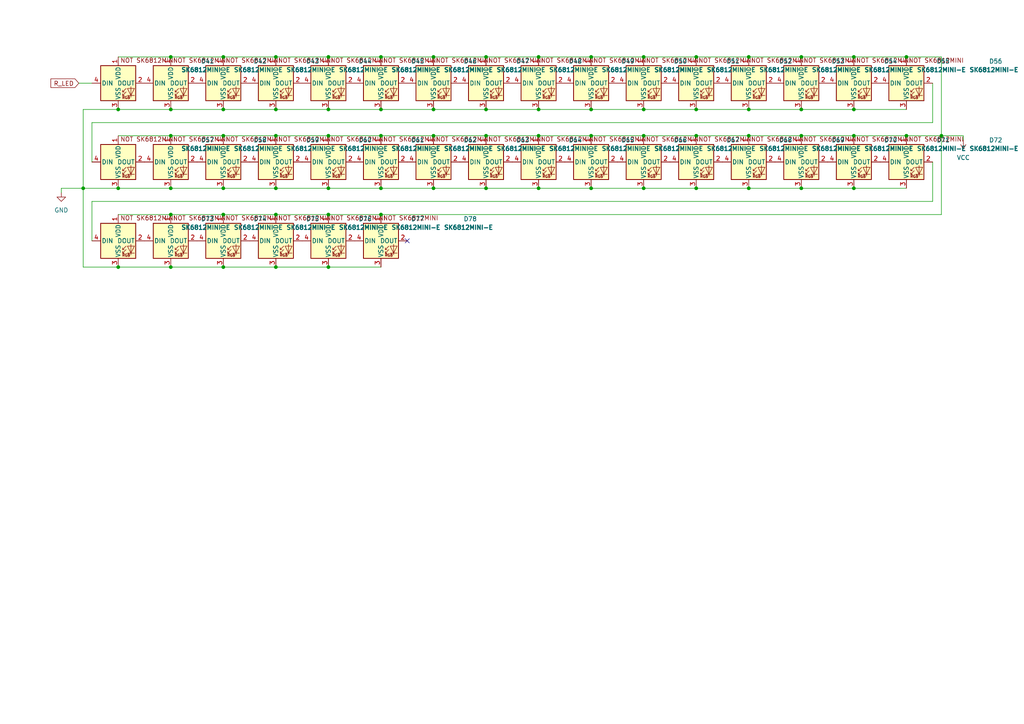
<source format=kicad_sch>
(kicad_sch (version 20250114) (generator "eeschema") (generator_version "9.0")
  (paper "A4")
  (lib_symbols
    (symbol "SK6812MINI-E:SK6812MINI-E" (pin_names (offset 0.254))
      (property "Reference" "D" (at -3.556 5.842 0))
      (property "Value" "SK6812MINI-E" (at 1.27 -5.715 0))
      (symbol "SK6812MINI-E_0_0"
        (text "RGB" (at 2.286 -4.191 0) (effects (font (size 0.762 0.762))))
      )
      (symbol "SK6812MINI-E_0_1"
        (rectangle (start -5.08 5.08) (end 5.08 -5.08) (stroke (width 0.254)) (fill (type background)))
        (polyline (pts (xy 1.27 -2.54) (xy 1.778 -2.54)))
        (polyline (pts (xy 1.27 -3.556) (xy 1.778 -3.556)))
        (polyline (pts (xy 2.286 -1.524) (xy 1.27 -2.54) (xy 1.27 -2.032)))
        (polyline (pts (xy 2.286 -2.54) (xy 1.27 -3.556) (xy 1.27 -3.048)))
        (polyline (pts (xy 3.683 -1.016) (xy 3.683 -3.556) (xy 3.683 -4.064)))
        (polyline (pts (xy 4.699 -1.524) (xy 2.667 -1.524) (xy 3.683 -3.556) (xy 4.699 -1.524)))
        (polyline (pts (xy 4.699 -3.556) (xy 2.667 -3.556)))
      )
      (symbol "SK6812MINI-E_1_1"
        (text "NOT SK6812MINI" (at 8.636 6.604 0) (effects (font (size 1.27 1.27))))
        (pin input line (at -7.62 0 0) (length 2.54) (name "DIN") (number "4"))
        (pin power_in line (at 0 7.62 270) (length 2.54) (name "VDD") (number "1"))
        (pin power_in line (at 0 -7.62 90) (length 2.54) (name "VSS") (number "3"))
        (pin output line (at 7.62 0 180) (length 2.54) (name "DOUT") (number "2"))
      )
    )
    (symbol "power:GND" (power) (pin_numbers (hide yes)) (pin_names (offset 0) (hide yes))
      (property "Value" "GND" (at 0 -3.81 0))
      (symbol "GND_0_1"
        (polyline (pts (xy 0 0) (xy 0 -1.27) (xy 1.27 -1.27) (xy 0 -2.54) (xy -1.27 -1.27) (xy 0 -1.27)))
      )
      (symbol "GND_1_1"
        (pin power_in line (at 0 0 270) (length 0) (name "~") (number "1"))
      )
    )
    (symbol "power:VCC" (power) (pin_numbers (hide yes)) (pin_names (offset 0) (hide yes))
      (property "Value" "VCC" (at 0 3.556 0))
      (symbol "VCC_0_1"
        (polyline (pts (xy -0.762 1.27) (xy 0 2.54)))
        (polyline (pts (xy 0 2.54) (xy 0.762 1.27)))
        (polyline (pts (xy 0 0) (xy 0 2.54)))
      )
      (symbol "VCC_1_1"
        (pin power_in line (at 0 0 90) (length 0) (name "~") (number "1"))
      )
    )
  )
  (junction (at 171.45 54.61))
  (junction (at 201.93 54.61))
  (junction (at 110.49 62.23))
  (junction (at 49.53 77.47))
  (junction (at 49.53 54.61))
  (junction (at 49.53 39.37))
  (junction (at 80.01 39.37))
  (junction (at 95.25 62.23))
  (junction (at 232.41 16.51))
  (junction (at 64.77 54.61))
  (junction (at 24.13 54.61))
  (junction (at 64.77 39.37))
  (junction (at 186.69 54.61))
  (junction (at 140.97 39.37))
  (junction (at 110.49 39.37))
  (junction (at 34.29 31.75))
  (junction (at 49.53 31.75))
  (junction (at 201.93 16.51))
  (junction (at 95.25 39.37))
  (junction (at 140.97 31.75))
  (junction (at 64.77 62.23))
  (junction (at 217.17 31.75))
  (junction (at 247.65 39.37))
  (junction (at 110.49 16.51))
  (junction (at 171.45 16.51))
  (junction (at 125.73 54.61))
  (junction (at 80.01 31.75))
  (junction (at 140.97 54.61))
  (junction (at 34.29 54.61))
  (junction (at 262.89 16.51))
  (junction (at 64.77 16.51))
  (junction (at 80.01 62.23))
  (junction (at 156.21 39.37))
  (junction (at 140.97 16.51))
  (junction (at 110.49 54.61))
  (junction (at 80.01 16.51))
  (junction (at 64.77 31.75))
  (junction (at 95.25 77.47))
  (junction (at 171.45 31.75))
  (junction (at 80.01 77.47))
  (junction (at 186.69 31.75))
  (junction (at 95.25 31.75))
  (junction (at 64.77 77.47))
  (junction (at 125.73 16.51))
  (junction (at 80.01 54.61))
  (junction (at 262.89 39.37))
  (junction (at 232.41 31.75))
  (junction (at 247.65 16.51))
  (junction (at 125.73 31.75))
  (junction (at 232.41 54.61))
  (junction (at 34.29 77.47))
  (junction (at 95.25 54.61))
  (junction (at 247.65 54.61))
  (junction (at 125.73 39.37))
  (junction (at 217.17 39.37))
  (junction (at 49.53 16.51))
  (junction (at 186.69 16.51))
  (junction (at 156.21 31.75))
  (junction (at 247.65 31.75))
  (junction (at 201.93 39.37))
  (junction (at 217.17 54.61))
  (junction (at 217.17 16.51))
  (junction (at 273.05 39.37))
  (junction (at 232.41 39.37))
  (junction (at 156.21 54.61))
  (junction (at 156.21 16.51))
  (junction (at 95.25 16.51))
  (junction (at 110.49 31.75))
  (junction (at 186.69 39.37))
  (junction (at 201.93 31.75))
  (junction (at 49.53 62.23))
  (junction (at 171.45 39.37))
  (no_connect (at 118.11 69.85))
  (wire (pts (xy 186.69 31.75) (xy 201.93 31.75)))
  (wire (pts (xy 273.05 16.51) (xy 273.05 39.37)))
  (wire (pts (xy 273.05 39.37) (xy 273.05 62.23)))
  (wire (pts (xy 34.29 31.75) (xy 24.13 31.75)))
  (wire (pts (xy 247.65 31.75) (xy 262.89 31.75)))
  (wire (pts (xy 201.93 31.75) (xy 217.17 31.75)))
  (wire (pts (xy 49.53 62.23) (xy 64.77 62.23)))
  (wire (pts (xy 64.77 31.75) (xy 80.01 31.75)))
  (wire (pts (xy 247.65 54.61) (xy 262.89 54.61)))
  (wire (pts (xy 34.29 39.37) (xy 49.53 39.37)))
  (wire (pts (xy 95.25 54.61) (xy 110.49 54.61)))
  (wire (pts (xy 201.93 54.61) (xy 217.17 54.61)))
  (wire (pts (xy 34.29 54.61) (xy 49.53 54.61)))
  (wire (pts (xy 232.41 16.51) (xy 247.65 16.51)))
  (wire (pts (xy 217.17 39.37) (xy 232.41 39.37)))
  (wire (pts (xy 64.77 16.51) (xy 80.01 16.51)))
  (wire (pts (xy 95.25 16.51) (xy 110.49 16.51)))
  (wire (pts (xy 270.51 24.13) (xy 270.51 35.56)))
  (wire (pts (xy 171.45 54.61) (xy 186.69 54.61)))
  (wire (pts (xy 95.25 39.37) (xy 110.49 39.37)))
  (wire (pts (xy 49.53 31.75) (xy 64.77 31.75)))
  (wire (pts (xy 95.25 77.47) (xy 110.49 77.47)))
  (wire (pts (xy 125.73 31.75) (xy 140.97 31.75)))
  (wire (pts (xy 24.13 77.47) (xy 34.29 77.47)))
  (wire (pts (xy 26.67 35.56) (xy 26.67 46.99)))
  (wire (pts (xy 95.25 31.75) (xy 110.49 31.75)))
  (wire (pts (xy 49.53 16.51) (xy 64.77 16.51)))
  (wire (pts (xy 64.77 54.61) (xy 80.01 54.61)))
  (wire (pts (xy 80.01 39.37) (xy 95.25 39.37)))
  (wire (pts (xy 140.97 16.51) (xy 156.21 16.51)))
  (wire (pts (xy 156.21 31.75) (xy 171.45 31.75)))
  (wire (pts (xy 140.97 54.61) (xy 156.21 54.61)))
  (wire (pts (xy 80.01 62.23) (xy 95.25 62.23)))
  (wire (pts (xy 140.97 31.75) (xy 156.21 31.75)))
  (wire (pts (xy 80.01 16.51) (xy 95.25 16.51)))
  (wire (pts (xy 232.41 54.61) (xy 247.65 54.61)))
  (wire (pts (xy 64.77 39.37) (xy 80.01 39.37)))
  (wire (pts (xy 156.21 39.37) (xy 171.45 39.37)))
  (wire (pts (xy 273.05 62.23) (xy 110.49 62.23)))
  (wire (pts (xy 270.51 35.56) (xy 26.67 35.56)))
  (wire (pts (xy 140.97 39.37) (xy 156.21 39.37)))
  (wire (pts (xy 217.17 16.51) (xy 232.41 16.51)))
  (wire (pts (xy 247.65 39.37) (xy 262.89 39.37)))
  (wire (pts (xy 17.78 54.61) (xy 17.78 55.88)))
  (wire (pts (xy 232.41 39.37) (xy 247.65 39.37)))
  (wire (pts (xy 80.01 54.61) (xy 95.25 54.61)))
  (wire (pts (xy 156.21 16.51) (xy 171.45 16.51)))
  (wire (pts (xy 34.29 77.47) (xy 49.53 77.47)))
  (wire (pts (xy 171.45 39.37) (xy 186.69 39.37)))
  (wire (pts (xy 171.45 31.75) (xy 186.69 31.75)))
  (wire (pts (xy 49.53 54.61) (xy 64.77 54.61)))
  (wire (pts (xy 34.29 16.51) (xy 49.53 16.51)))
  (wire (pts (xy 279.4 39.37) (xy 273.05 39.37)))
  (wire (pts (xy 24.13 54.61) (xy 24.13 77.47)))
  (wire (pts (xy 80.01 31.75) (xy 95.25 31.75)))
  (wire (pts (xy 232.41 31.75) (xy 247.65 31.75)))
  (wire (pts (xy 64.77 77.47) (xy 80.01 77.47)))
  (wire (pts (xy 125.73 54.61) (xy 140.97 54.61)))
  (wire (pts (xy 34.29 31.75) (xy 49.53 31.75)))
  (wire (pts (xy 125.73 39.37) (xy 140.97 39.37)))
  (wire (pts (xy 24.13 31.75) (xy 24.13 54.61)))
  (wire (pts (xy 262.89 16.51) (xy 273.05 16.51)))
  (wire (pts (xy 125.73 16.51) (xy 140.97 16.51)))
  (wire (pts (xy 273.05 39.37) (xy 262.89 39.37)))
  (wire (pts (xy 110.49 54.61) (xy 125.73 54.61)))
  (wire (pts (xy 34.29 62.23) (xy 49.53 62.23)))
  (wire (pts (xy 186.69 54.61) (xy 201.93 54.61)))
  (wire (pts (xy 217.17 31.75) (xy 232.41 31.75)))
  (wire (pts (xy 186.69 16.51) (xy 201.93 16.51)))
  (wire (pts (xy 171.45 16.51) (xy 186.69 16.51)))
  (wire (pts (xy 110.49 31.75) (xy 125.73 31.75)))
  (wire (pts (xy 156.21 54.61) (xy 171.45 54.61)))
  (wire (pts (xy 270.51 46.99) (xy 270.51 58.42)))
  (wire (pts (xy 217.17 54.61) (xy 232.41 54.61)))
  (wire (pts (xy 110.49 16.51) (xy 125.73 16.51)))
  (wire (pts (xy 201.93 16.51) (xy 217.17 16.51)))
  (wire (pts (xy 247.65 16.51) (xy 262.89 16.51)))
  (wire (pts (xy 95.25 62.23) (xy 110.49 62.23)))
  (wire (pts (xy 24.13 54.61) (xy 34.29 54.61)))
  (wire (pts (xy 80.01 77.47) (xy 95.25 77.47)))
  (wire (pts (xy 24.13 54.61) (xy 17.78 54.61)))
  (wire (pts (xy 49.53 39.37) (xy 64.77 39.37)))
  (wire (pts (xy 26.67 58.42) (xy 26.67 69.85)))
  (wire (pts (xy 22.86 24.13) (xy 26.67 24.13)))
  (wire (pts (xy 279.4 40.64) (xy 279.4 39.37)))
  (wire (pts (xy 186.69 39.37) (xy 201.93 39.37)))
  (wire (pts (xy 64.77 62.23) (xy 80.01 62.23)))
  (wire (pts (xy 49.53 77.47) (xy 64.77 77.47)))
  (wire (pts (xy 110.49 39.37) (xy 125.73 39.37)))
  (wire (pts (xy 270.51 58.42) (xy 26.67 58.42)))
  (wire (pts (xy 201.93 39.37) (xy 217.17 39.37)))
  (global_label "R_LED" (shape input) (at 22.86 24.13 180) (property "Intersheetrefs" "${INTERSHEET_REFS}" (effects (hide yes))))
  (symbol (lib_id "SK6812MINI-E:SK6812MINI-E") (at 110.49 69.85 0) (unit 1)
    (property "Reference" "D78" (at 136.398 63.5 0))
    (property "Value" "SK6812MINI-E" (at 135.89 65.9699 0) (effects (font (thickness 0.254) (bold yes))))
    (property "Footprint" "SK6812MINI-E - 3.2x2.8x1.78mm" (effects (hide yes)))
    (property "Datasheet" "https://cdn-shop.adafruit.com/product-files/4960/4960_SK6812MINI-E_REV02_EN.pdf" (effects (hide yes)))
    (property "Description" "RGB LED with integrated controller" (effects (hide yes)))
  )
  (symbol (lib_id "SK6812MINI-E:SK6812MINI-E") (at 262.89 24.13 0) (unit 1)
    (property "Reference" "D56" (at 288.798 17.78 0))
    (property "Value" "SK6812MINI-E" (at 288.29 20.2499 0) (effects (font (thickness 0.254) (bold yes))))
    (property "Footprint" "SK6812MINI-E - 3.2x2.8x1.78mm" (effects (hide yes)))
    (property "Datasheet" "https://cdn-shop.adafruit.com/product-files/4960/4960_SK6812MINI-E_REV02_EN.pdf" (effects (hide yes)))
    (property "Description" "RGB LED with integrated controller" (effects (hide yes)))
  )
  (symbol (lib_id "SK6812MINI-E:SK6812MINI-E") (at 49.53 46.99 0) (unit 1)
    (property "Reference" "D58" (at 75.438 40.64 0))
    (property "Value" "SK6812MINI-E" (at 74.93 43.1099 0) (effects (font (thickness 0.254) (bold yes))))
    (property "Footprint" "SK6812MINI-E - 3.2x2.8x1.78mm" (effects (hide yes)))
    (property "Datasheet" "https://cdn-shop.adafruit.com/product-files/4960/4960_SK6812MINI-E_REV02_EN.pdf" (effects (hide yes)))
    (property "Description" "RGB LED with integrated controller" (effects (hide yes)))
  )
  (symbol (lib_id "SK6812MINI-E:SK6812MINI-E") (at 64.77 24.13 0) (unit 1)
    (property "Reference" "D43" (at 90.678 17.78 0))
    (property "Value" "SK6812MINI-E" (at 90.17 20.2499 0) (effects (font (thickness 0.254) (bold yes))))
    (property "Footprint" "SK6812MINI-E - 3.2x2.8x1.78mm" (effects (hide yes)))
    (property "Datasheet" "https://cdn-shop.adafruit.com/product-files/4960/4960_SK6812MINI-E_REV02_EN.pdf" (effects (hide yes)))
    (property "Description" "RGB LED with integrated controller" (effects (hide yes)))
  )
  (symbol (lib_id "SK6812MINI-E:SK6812MINI-E") (at 110.49 24.13 0) (unit 1)
    (property "Reference" "D46" (at 136.398 17.78 0))
    (property "Value" "SK6812MINI-E" (at 135.89 20.2499 0) (effects (font (thickness 0.254) (bold yes))))
    (property "Footprint" "SK6812MINI-E - 3.2x2.8x1.78mm" (effects (hide yes)))
    (property "Datasheet" "https://cdn-shop.adafruit.com/product-files/4960/4960_SK6812MINI-E_REV02_EN.pdf" (effects (hide yes)))
    (property "Description" "RGB LED with integrated controller" (effects (hide yes)))
  )
  (symbol (lib_id "SK6812MINI-E:SK6812MINI-E") (at 95.25 46.99 0) (unit 1)
    (property "Reference" "D61" (at 121.158 40.64 0))
    (property "Value" "SK6812MINI-E" (at 120.65 43.1099 0) (effects (font (thickness 0.254) (bold yes))))
    (property "Footprint" "SK6812MINI-E - 3.2x2.8x1.78mm" (effects (hide yes)))
    (property "Datasheet" "https://cdn-shop.adafruit.com/product-files/4960/4960_SK6812MINI-E_REV02_EN.pdf" (effects (hide yes)))
    (property "Description" "RGB LED with integrated controller" (effects (hide yes)))
  )
  (symbol (lib_id "SK6812MINI-E:SK6812MINI-E") (at 140.97 24.13 0) (unit 1)
    (property "Reference" "D48" (at 166.878 17.78 0))
    (property "Value" "SK6812MINI-E" (at 166.37 20.2499 0) (effects (font (thickness 0.254) (bold yes))))
    (property "Footprint" "SK6812MINI-E - 3.2x2.8x1.78mm" (effects (hide yes)))
    (property "Datasheet" "https://cdn-shop.adafruit.com/product-files/4960/4960_SK6812MINI-E_REV02_EN.pdf" (effects (hide yes)))
    (property "Description" "RGB LED with integrated controller" (effects (hide yes)))
  )
  (symbol (lib_id "SK6812MINI-E:SK6812MINI-E") (at 156.21 24.13 0) (unit 1)
    (property "Reference" "D49" (at 182.118 17.78 0))
    (property "Value" "SK6812MINI-E" (at 181.61 20.2499 0) (effects (font (thickness 0.254) (bold yes))))
    (property "Footprint" "SK6812MINI-E - 3.2x2.8x1.78mm" (effects (hide yes)))
    (property "Datasheet" "https://cdn-shop.adafruit.com/product-files/4960/4960_SK6812MINI-E_REV02_EN.pdf" (effects (hide yes)))
    (property "Description" "RGB LED with integrated controller" (effects (hide yes)))
  )
  (symbol (lib_id "SK6812MINI-E:SK6812MINI-E") (at 95.25 24.13 0) (unit 1)
    (property "Reference" "D45" (at 121.158 17.78 0))
    (property "Value" "SK6812MINI-E" (at 120.65 20.2499 0) (effects (font (thickness 0.254) (bold yes))))
    (property "Footprint" "SK6812MINI-E - 3.2x2.8x1.78mm" (effects (hide yes)))
    (property "Datasheet" "https://cdn-shop.adafruit.com/product-files/4960/4960_SK6812MINI-E_REV02_EN.pdf" (effects (hide yes)))
    (property "Description" "RGB LED with integrated controller" (effects (hide yes)))
  )
  (symbol (lib_id "SK6812MINI-E:SK6812MINI-E") (at 34.29 24.13 0) (unit 1)
    (property "Reference" "D41" (at 60.198 17.78 0))
    (property "Value" "SK6812MINI-E" (at 59.69 20.2499 0) (effects (font (thickness 0.254) (bold yes))))
    (property "Footprint" "SK6812MINI-E - 3.2x2.8x1.78mm" (effects (hide yes)))
    (property "Datasheet" "https://cdn-shop.adafruit.com/product-files/4960/4960_SK6812MINI-E_REV02_EN.pdf" (effects (hide yes)))
    (property "Description" "RGB LED with integrated controller" (effects (hide yes)))
  )
  (symbol (lib_id "SK6812MINI-E:SK6812MINI-E") (at 49.53 69.85 0) (unit 1)
    (property "Reference" "D74" (at 75.438 63.5 0))
    (property "Value" "SK6812MINI-E" (at 74.93 65.9699 0) (effects (font (thickness 0.254) (bold yes))))
    (property "Footprint" "SK6812MINI-E - 3.2x2.8x1.78mm" (effects (hide yes)))
    (property "Datasheet" "https://cdn-shop.adafruit.com/product-files/4960/4960_SK6812MINI-E_REV02_EN.pdf" (effects (hide yes)))
    (property "Description" "RGB LED with integrated controller" (effects (hide yes)))
  )
  (symbol (lib_id "SK6812MINI-E:SK6812MINI-E") (at 80.01 69.85 0) (unit 1)
    (property "Reference" "D76" (at 105.918 63.5 0))
    (property "Value" "SK6812MINI-E" (at 105.41 65.9699 0) (effects (font (thickness 0.254) (bold yes))))
    (property "Footprint" "SK6812MINI-E - 3.2x2.8x1.78mm" (effects (hide yes)))
    (property "Datasheet" "https://cdn-shop.adafruit.com/product-files/4960/4960_SK6812MINI-E_REV02_EN.pdf" (effects (hide yes)))
    (property "Description" "RGB LED with integrated controller" (effects (hide yes)))
  )
  (symbol (lib_id "SK6812MINI-E:SK6812MINI-E") (at 247.65 46.99 0) (unit 1)
    (property "Reference" "D71" (at 273.558 40.64 0))
    (property "Value" "SK6812MINI-E" (at 273.05 43.1099 0) (effects (font (thickness 0.254) (bold yes))))
    (property "Footprint" "SK6812MINI-E - 3.2x2.8x1.78mm" (effects (hide yes)))
    (property "Datasheet" "https://cdn-shop.adafruit.com/product-files/4960/4960_SK6812MINI-E_REV02_EN.pdf" (effects (hide yes)))
    (property "Description" "RGB LED with integrated controller" (effects (hide yes)))
  )
  (symbol (lib_id "SK6812MINI-E:SK6812MINI-E") (at 201.93 24.13 0) (unit 1)
    (property "Reference" "D52" (at 227.838 17.78 0))
    (property "Value" "SK6812MINI-E" (at 227.33 20.2499 0) (effects (font (thickness 0.254) (bold yes))))
    (property "Footprint" "SK6812MINI-E - 3.2x2.8x1.78mm" (effects (hide yes)))
    (property "Datasheet" "https://cdn-shop.adafruit.com/product-files/4960/4960_SK6812MINI-E_REV02_EN.pdf" (effects (hide yes)))
    (property "Description" "RGB LED with integrated controller" (effects (hide yes)))
  )
  (symbol (lib_id "power:GND") (at 17.78 55.88 0) (unit 1)
    (property "Reference" "#PWR09" (effects (hide yes)))
    (property "Value" "GND" (at 17.78 60.96 0))
    (property "Description" "Power symbol creates a global label with name \"GND\" , ground" (effects (hide yes)))
  )
  (symbol (lib_id "SK6812MINI-E:SK6812MINI-E") (at 232.41 24.13 0) (unit 1)
    (property "Reference" "D54" (at 258.318 17.78 0))
    (property "Value" "SK6812MINI-E" (at 257.81 20.2499 0) (effects (font (thickness 0.254) (bold yes))))
    (property "Footprint" "SK6812MINI-E - 3.2x2.8x1.78mm" (effects (hide yes)))
    (property "Datasheet" "https://cdn-shop.adafruit.com/product-files/4960/4960_SK6812MINI-E_REV02_EN.pdf" (effects (hide yes)))
    (property "Description" "RGB LED with integrated controller" (effects (hide yes)))
  )
  (symbol (lib_id "SK6812MINI-E:SK6812MINI-E") (at 49.53 24.13 0) (unit 1)
    (property "Reference" "D42" (at 75.438 17.78 0))
    (property "Value" "SK6812MINI-E" (at 74.93 20.2499 0) (effects (font (thickness 0.254) (bold yes))))
    (property "Footprint" "SK6812MINI-E - 3.2x2.8x1.78mm" (effects (hide yes)))
    (property "Datasheet" "https://cdn-shop.adafruit.com/product-files/4960/4960_SK6812MINI-E_REV02_EN.pdf" (effects (hide yes)))
    (property "Description" "RGB LED with integrated controller" (effects (hide yes)))
  )
  (symbol (lib_id "SK6812MINI-E:SK6812MINI-E") (at 34.29 69.85 0) (unit 1)
    (property "Reference" "D73" (at 60.198 63.5 0))
    (property "Value" "SK6812MINI-E" (at 59.69 65.9699 0) (effects (font (thickness 0.254) (bold yes))))
    (property "Footprint" "SK6812MINI-E - 3.2x2.8x1.78mm" (effects (hide yes)))
    (property "Datasheet" "https://cdn-shop.adafruit.com/product-files/4960/4960_SK6812MINI-E_REV02_EN.pdf" (effects (hide yes)))
    (property "Description" "RGB LED with integrated controller" (effects (hide yes)))
  )
  (symbol (lib_id "SK6812MINI-E:SK6812MINI-E") (at 140.97 46.99 0) (unit 1)
    (property "Reference" "D64" (at 166.878 40.64 0))
    (property "Value" "SK6812MINI-E" (at 166.37 43.1099 0) (effects (font (thickness 0.254) (bold yes))))
    (property "Footprint" "SK6812MINI-E - 3.2x2.8x1.78mm" (effects (hide yes)))
    (property "Datasheet" "https://cdn-shop.adafruit.com/product-files/4960/4960_SK6812MINI-E_REV02_EN.pdf" (effects (hide yes)))
    (property "Description" "RGB LED with integrated controller" (effects (hide yes)))
  )
  (symbol (lib_id "SK6812MINI-E:SK6812MINI-E") (at 232.41 46.99 0) (unit 1)
    (property "Reference" "D70" (at 258.318 40.64 0))
    (property "Value" "SK6812MINI-E" (at 257.81 43.1099 0) (effects (font (thickness 0.254) (bold yes))))
    (property "Footprint" "SK6812MINI-E - 3.2x2.8x1.78mm" (effects (hide yes)))
    (property "Datasheet" "https://cdn-shop.adafruit.com/product-files/4960/4960_SK6812MINI-E_REV02_EN.pdf" (effects (hide yes)))
    (property "Description" "RGB LED with integrated controller" (effects (hide yes)))
  )
  (symbol (lib_id "SK6812MINI-E:SK6812MINI-E") (at 80.01 46.99 0) (unit 1)
    (property "Reference" "D60" (at 105.918 40.64 0))
    (property "Value" "SK6812MINI-E" (at 105.41 43.1099 0) (effects (font (thickness 0.254) (bold yes))))
    (property "Footprint" "SK6812MINI-E - 3.2x2.8x1.78mm" (effects (hide yes)))
    (property "Datasheet" "https://cdn-shop.adafruit.com/product-files/4960/4960_SK6812MINI-E_REV02_EN.pdf" (effects (hide yes)))
    (property "Description" "RGB LED with integrated controller" (effects (hide yes)))
  )
  (symbol (lib_id "SK6812MINI-E:SK6812MINI-E") (at 217.17 24.13 0) (unit 1)
    (property "Reference" "D53" (at 243.078 17.78 0))
    (property "Value" "SK6812MINI-E" (at 242.57 20.2499 0) (effects (font (thickness 0.254) (bold yes))))
    (property "Footprint" "SK6812MINI-E - 3.2x2.8x1.78mm" (effects (hide yes)))
    (property "Datasheet" "https://cdn-shop.adafruit.com/product-files/4960/4960_SK6812MINI-E_REV02_EN.pdf" (effects (hide yes)))
    (property "Description" "RGB LED with integrated controller" (effects (hide yes)))
  )
  (symbol (lib_id "SK6812MINI-E:SK6812MINI-E") (at 80.01 24.13 0) (unit 1)
    (property "Reference" "D44" (at 105.918 17.78 0))
    (property "Value" "SK6812MINI-E" (at 105.41 20.2499 0) (effects (font (thickness 0.254) (bold yes))))
    (property "Footprint" "SK6812MINI-E - 3.2x2.8x1.78mm" (effects (hide yes)))
    (property "Datasheet" "https://cdn-shop.adafruit.com/product-files/4960/4960_SK6812MINI-E_REV02_EN.pdf" (effects (hide yes)))
    (property "Description" "RGB LED with integrated controller" (effects (hide yes)))
  )
  (symbol (lib_id "SK6812MINI-E:SK6812MINI-E") (at 34.29 46.99 0) (unit 1)
    (property "Reference" "D57" (at 60.198 40.64 0))
    (property "Value" "SK6812MINI-E" (at 59.69 43.1099 0) (effects (font (thickness 0.254) (bold yes))))
    (property "Footprint" "SK6812MINI-E - 3.2x2.8x1.78mm" (effects (hide yes)))
    (property "Datasheet" "https://cdn-shop.adafruit.com/product-files/4960/4960_SK6812MINI-E_REV02_EN.pdf" (effects (hide yes)))
    (property "Description" "RGB LED with integrated controller" (effects (hide yes)))
  )
  (symbol (lib_id "SK6812MINI-E:SK6812MINI-E") (at 247.65 24.13 0) (unit 1)
    (property "Reference" "D55" (at 273.558 17.78 0))
    (property "Value" "SK6812MINI-E" (at 273.05 20.2499 0) (effects (font (thickness 0.254) (bold yes))))
    (property "Footprint" "SK6812MINI-E - 3.2x2.8x1.78mm" (effects (hide yes)))
    (property "Datasheet" "https://cdn-shop.adafruit.com/product-files/4960/4960_SK6812MINI-E_REV02_EN.pdf" (effects (hide yes)))
    (property "Description" "RGB LED with integrated controller" (effects (hide yes)))
  )
  (symbol (lib_id "SK6812MINI-E:SK6812MINI-E") (at 156.21 46.99 0) (unit 1)
    (property "Reference" "D65" (at 182.118 40.64 0))
    (property "Value" "SK6812MINI-E" (at 181.61 43.1099 0) (effects (font (thickness 0.254) (bold yes))))
    (property "Footprint" "SK6812MINI-E - 3.2x2.8x1.78mm" (effects (hide yes)))
    (property "Datasheet" "https://cdn-shop.adafruit.com/product-files/4960/4960_SK6812MINI-E_REV02_EN.pdf" (effects (hide yes)))
    (property "Description" "RGB LED with integrated controller" (effects (hide yes)))
  )
  (symbol (lib_id "SK6812MINI-E:SK6812MINI-E") (at 262.89 46.99 0) (unit 1)
    (property "Reference" "D72" (at 288.798 40.64 0))
    (property "Value" "SK6812MINI-E" (at 288.29 43.1099 0) (effects (font (thickness 0.254) (bold yes))))
    (property "Footprint" "SK6812MINI-E - 3.2x2.8x1.78mm" (effects (hide yes)))
    (property "Datasheet" "https://cdn-shop.adafruit.com/product-files/4960/4960_SK6812MINI-E_REV02_EN.pdf" (effects (hide yes)))
    (property "Description" "RGB LED with integrated controller" (effects (hide yes)))
  )
  (symbol (lib_id "SK6812MINI-E:SK6812MINI-E") (at 171.45 46.99 0) (unit 1)
    (property "Reference" "D66" (at 197.358 40.64 0))
    (property "Value" "SK6812MINI-E" (at 196.85 43.1099 0) (effects (font (thickness 0.254) (bold yes))))
    (property "Footprint" "SK6812MINI-E - 3.2x2.8x1.78mm" (effects (hide yes)))
    (property "Datasheet" "https://cdn-shop.adafruit.com/product-files/4960/4960_SK6812MINI-E_REV02_EN.pdf" (effects (hide yes)))
    (property "Description" "RGB LED with integrated controller" (effects (hide yes)))
  )
  (symbol (lib_id "SK6812MINI-E:SK6812MINI-E") (at 186.69 24.13 0) (unit 1)
    (property "Reference" "D51" (at 212.598 17.78 0))
    (property "Value" "SK6812MINI-E" (at 212.09 20.2499 0) (effects (font (thickness 0.254) (bold yes))))
    (property "Footprint" "SK6812MINI-E - 3.2x2.8x1.78mm" (effects (hide yes)))
    (property "Datasheet" "https://cdn-shop.adafruit.com/product-files/4960/4960_SK6812MINI-E_REV02_EN.pdf" (effects (hide yes)))
    (property "Description" "RGB LED with integrated controller" (effects (hide yes)))
  )
  (symbol (lib_id "SK6812MINI-E:SK6812MINI-E") (at 171.45 24.13 0) (unit 1)
    (property "Reference" "D50" (at 197.358 17.78 0))
    (property "Value" "SK6812MINI-E" (at 196.85 20.2499 0) (effects (font (thickness 0.254) (bold yes))))
    (property "Footprint" "SK6812MINI-E - 3.2x2.8x1.78mm" (effects (hide yes)))
    (property "Datasheet" "https://cdn-shop.adafruit.com/product-files/4960/4960_SK6812MINI-E_REV02_EN.pdf" (effects (hide yes)))
    (property "Description" "RGB LED with integrated controller" (effects (hide yes)))
  )
  (symbol (lib_id "SK6812MINI-E:SK6812MINI-E") (at 125.73 46.99 0) (unit 1)
    (property "Reference" "D63" (at 151.638 40.64 0))
    (property "Value" "SK6812MINI-E" (at 151.13 43.1099 0) (effects (font (thickness 0.254) (bold yes))))
    (property "Footprint" "SK6812MINI-E - 3.2x2.8x1.78mm" (effects (hide yes)))
    (property "Datasheet" "https://cdn-shop.adafruit.com/product-files/4960/4960_SK6812MINI-E_REV02_EN.pdf" (effects (hide yes)))
    (property "Description" "RGB LED with integrated controller" (effects (hide yes)))
  )
  (symbol (lib_id "SK6812MINI-E:SK6812MINI-E") (at 64.77 69.85 0) (unit 1)
    (property "Reference" "D75" (at 90.678 63.5 0))
    (property "Value" "SK6812MINI-E" (at 90.17 65.9699 0) (effects (font (thickness 0.254) (bold yes))))
    (property "Footprint" "SK6812MINI-E - 3.2x2.8x1.78mm" (effects (hide yes)))
    (property "Datasheet" "https://cdn-shop.adafruit.com/product-files/4960/4960_SK6812MINI-E_REV02_EN.pdf" (effects (hide yes)))
    (property "Description" "RGB LED with integrated controller" (effects (hide yes)))
  )
  (symbol (lib_id "SK6812MINI-E:SK6812MINI-E") (at 186.69 46.99 0) (unit 1)
    (property "Reference" "D67" (at 212.598 40.64 0))
    (property "Value" "SK6812MINI-E" (at 212.09 43.1099 0) (effects (font (thickness 0.254) (bold yes))))
    (property "Footprint" "SK6812MINI-E - 3.2x2.8x1.78mm" (effects (hide yes)))
    (property "Datasheet" "https://cdn-shop.adafruit.com/product-files/4960/4960_SK6812MINI-E_REV02_EN.pdf" (effects (hide yes)))
    (property "Description" "RGB LED with integrated controller" (effects (hide yes)))
  )
  (symbol (lib_id "power:VCC") (at 279.4 40.64 180) (unit 1)
    (property "Reference" "#PWR010" (effects (hide yes)))
    (property "Value" "VCC" (at 279.4 45.72 0))
    (property "Description" "Power symbol creates a global label with name \"VCC\"" (effects (hide yes)))
  )
  (symbol (lib_id "SK6812MINI-E:SK6812MINI-E") (at 201.93 46.99 0) (unit 1)
    (property "Reference" "D68" (at 227.838 40.64 0))
    (property "Value" "SK6812MINI-E" (at 227.33 43.1099 0) (effects (font (thickness 0.254) (bold yes))))
    (property "Footprint" "SK6812MINI-E - 3.2x2.8x1.78mm" (effects (hide yes)))
    (property "Datasheet" "https://cdn-shop.adafruit.com/product-files/4960/4960_SK6812MINI-E_REV02_EN.pdf" (effects (hide yes)))
    (property "Description" "RGB LED with integrated controller" (effects (hide yes)))
  )
  (symbol (lib_id "SK6812MINI-E:SK6812MINI-E") (at 64.77 46.99 0) (unit 1)
    (property "Reference" "D59" (at 90.678 40.64 0))
    (property "Value" "SK6812MINI-E" (at 90.17 43.1099 0) (effects (font (thickness 0.254) (bold yes))))
    (property "Footprint" "SK6812MINI-E - 3.2x2.8x1.78mm" (effects (hide yes)))
    (property "Datasheet" "https://cdn-shop.adafruit.com/product-files/4960/4960_SK6812MINI-E_REV02_EN.pdf" (effects (hide yes)))
    (property "Description" "RGB LED with integrated controller" (effects (hide yes)))
  )
  (symbol (lib_id "SK6812MINI-E:SK6812MINI-E") (at 125.73 24.13 0) (unit 1)
    (property "Reference" "D47" (at 151.638 17.78 0))
    (property "Value" "SK6812MINI-E" (at 151.13 20.2499 0) (effects (font (thickness 0.254) (bold yes))))
    (property "Footprint" "SK6812MINI-E - 3.2x2.8x1.78mm" (effects (hide yes)))
    (property "Datasheet" "https://cdn-shop.adafruit.com/product-files/4960/4960_SK6812MINI-E_REV02_EN.pdf" (effects (hide yes)))
    (property "Description" "RGB LED with integrated controller" (effects (hide yes)))
  )
  (symbol (lib_id "SK6812MINI-E:SK6812MINI-E") (at 95.25 69.85 0) (unit 1)
    (property "Reference" "D77" (at 121.158 63.5 0))
    (property "Value" "SK6812MINI-E" (at 120.65 65.9699 0) (effects (font (thickness 0.254) (bold yes))))
    (property "Footprint" "SK6812MINI-E - 3.2x2.8x1.78mm" (effects (hide yes)))
    (property "Datasheet" "https://cdn-shop.adafruit.com/product-files/4960/4960_SK6812MINI-E_REV02_EN.pdf" (effects (hide yes)))
    (property "Description" "RGB LED with integrated controller" (effects (hide yes)))
  )
  (symbol (lib_id "SK6812MINI-E:SK6812MINI-E") (at 217.17 46.99 0) (unit 1)
    (property "Reference" "D69" (at 243.078 40.64 0))
    (property "Value" "SK6812MINI-E" (at 242.57 43.1099 0) (effects (font (thickness 0.254) (bold yes))))
    (property "Footprint" "SK6812MINI-E - 3.2x2.8x1.78mm" (effects (hide yes)))
    (property "Datasheet" "https://cdn-shop.adafruit.com/product-files/4960/4960_SK6812MINI-E_REV02_EN.pdf" (effects (hide yes)))
    (property "Description" "RGB LED with integrated controller" (effects (hide yes)))
  )
  (symbol (lib_id "SK6812MINI-E:SK6812MINI-E") (at 110.49 46.99 0) (unit 1)
    (property "Reference" "D62" (at 136.398 40.64 0))
    (property "Value" "SK6812MINI-E" (at 135.89 43.1099 0) (effects (font (thickness 0.254) (bold yes))))
    (property "Footprint" "SK6812MINI-E - 3.2x2.8x1.78mm" (effects (hide yes)))
    (property "Datasheet" "https://cdn-shop.adafruit.com/product-files/4960/4960_SK6812MINI-E_REV02_EN.pdf" (effects (hide yes)))
    (property "Description" "RGB LED with integrated controller" (effects (hide yes)))
  )
)
</source>
